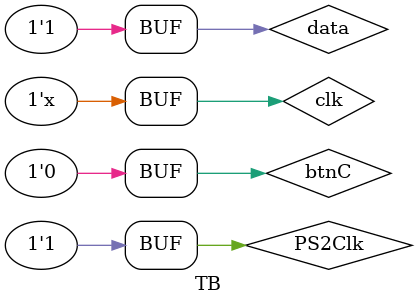
<source format=v>
module TB();
    reg clk;
    reg PS2Clk;
    reg data;
    reg btnC;
    wire hsync;
    wire vsync;
    wire [11:0] out;

 top DUT(
    .clk(clk),             // board clock: 100 MHz on Arty/Basys3/Nexys
    .btnC(btnC), // reset button
    .PS2Clk(PS2Clk), //keyboard clock 
    .data(data), //Data pin form keyboard
    .hsync(hsync),       // horizontal sync output
    .vsync(vsync),       // vertical sync output
    .out(out) //12-bit signal output to VGA connector. 4-bit each for Red, Green & blue
    );
    
    
initial
begin
#0 clk=0;
#0 PS2Clk=1;
#0 data=1;
#0 btnC=1;
#100 btnC=0;
#500 data=0;//Start bit
#500 PS2Clk=0;
#1000 PS2Clk=1;
#500 data=1;//bit 0
#500 PS2Clk=0;
#1000 PS2Clk=1;
#500 data=0;//bit 1
#500 PS2Clk=0;
#1000 PS2Clk=1;
#500 data=1;//bit 2
#500 PS2Clk=0;
#1000 PS2Clk=1;
#500 data=0;//bit 3
#500 PS2Clk=0;
#1000 PS2Clk=1;
#500 data=0;//bit 4
#500 PS2Clk=0;
#1000 PS2Clk=1;
#500 data=0;//bit 5
#500 PS2Clk=0;
#1000 PS2Clk=1;
#500 data=1;//bit 6
#500 PS2Clk=0;
#1000 PS2Clk=1;
#500 data=0;//bit 7
#500 PS2Clk=0;
#1000 PS2Clk=1;
#500 data=0;//parity

#500 PS2Clk=0;
#1000 PS2Clk=1;
#500 data=1;//stop
#500 PS2Clk=0;
#1000 PS2Clk=1;
#500 data=0;//Start bit
#500 PS2Clk=0;
#1000 PS2Clk=1;
#500 data=0;//bit 0
#500 PS2Clk=0;
#1000 PS2Clk=1;
#500 data=0;//bit 1
#500 PS2Clk=0;
#1000 PS2Clk=1;
#500 data=0;//bit 2
#500 PS2Clk=0;
#1000 PS2Clk=1;
#500 data=0;//bit 3
#500 PS2Clk=0;
#1000 PS2Clk=1;
#500 data=1;//bit 4
#500 PS2Clk=0;
#1000 PS2Clk=1;
#500 data=1;//bit 5
#500 PS2Clk=0;
#1000 PS2Clk=1;
#500 data=1;//bit 6
#500 PS2Clk=0;
#1000 PS2Clk=1;
#500 data=1;//bit 7
#500 PS2Clk=0;
#1000 PS2Clk=1;
#500 data=1;//parity
#500 PS2Clk=0;
#1000 PS2Clk=1;
#500 data=1;//stop
#500 PS2Clk=0;
#1000 PS2Clk=1;
end

always #5 clk=~clk;
    
endmodule

</source>
